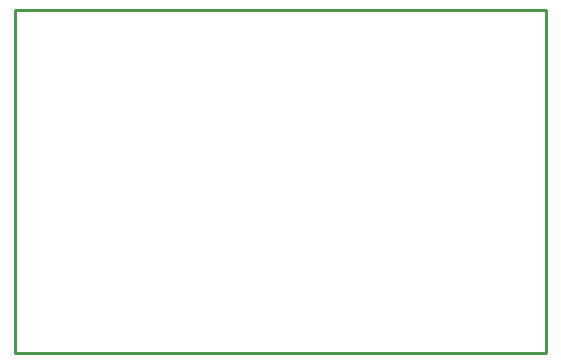
<source format=gm1>
G04 #@! TF.GenerationSoftware,KiCad,Pcbnew,8.0.4-1.fc40*
G04 #@! TF.CreationDate,2024-09-25T16:47:45-07:00*
G04 #@! TF.ProjectId,syzygy-dsi,73797a79-6779-42d6-9473-692e6b696361,A*
G04 #@! TF.SameCoordinates,Original*
G04 #@! TF.FileFunction,Profile,NP*
%FSLAX46Y46*%
G04 Gerber Fmt 4.6, Leading zero omitted, Abs format (unit mm)*
G04 Created by KiCad (PCBNEW 8.0.4-1.fc40) date 2024-09-25 16:47:45*
%MOMM*%
%LPD*%
G01*
G04 APERTURE LIST*
G04 #@! TA.AperFunction,Profile*
%ADD10C,0.254000*%
G04 #@! TD*
G04 APERTURE END LIST*
D10*
X164900000Y-58800000D02*
X119900000Y-58800000D01*
X164900000Y-87800000D02*
X164900000Y-58800000D01*
X119900000Y-87800000D02*
X164900000Y-87800000D01*
X119900000Y-58800000D02*
X119900000Y-87800000D01*
M02*

</source>
